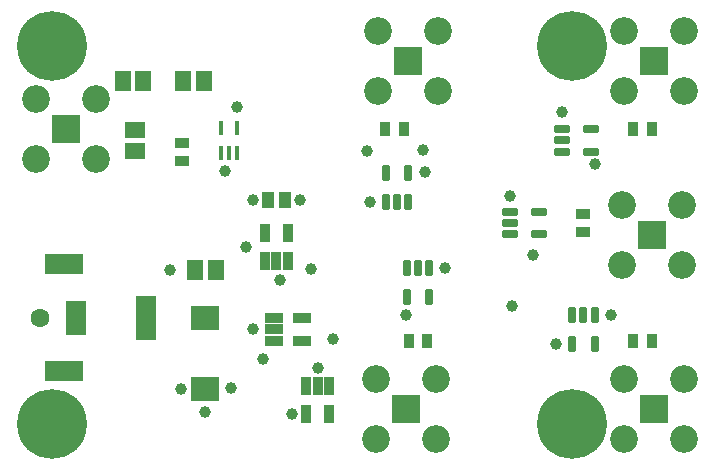
<source format=gbs>
G04*
G04 #@! TF.GenerationSoftware,Altium Limited,Altium Designer,24.1.2 (44)*
G04*
G04 Layer_Color=65280*
%FSLAX44Y44*%
%MOMM*%
G71*
G04*
G04 #@! TF.SameCoordinates,213EFF85-FE73-46F0-9486-E91859054EE2*
G04*
G04*
G04 #@! TF.FilePolarity,Negative*
G04*
G01*
G75*
%ADD16R,1.0546X1.3562*%
%ADD18C,5.9032*%
%ADD19R,2.3400X2.3400*%
%ADD20C,2.3400*%
%ADD21R,2.3400X2.3400*%
%ADD22R,3.2032X1.7032*%
%ADD23C,1.6032*%
%ADD24R,1.7032X3.7032*%
%ADD25R,1.7032X3.0032*%
%ADD26C,1.0032*%
%ADD39R,0.3500X1.1500*%
%ADD40R,0.9061X1.3098*%
%ADD42R,1.3098X0.9061*%
%ADD43R,2.3300X1.9900*%
G04:AMPARAMS|DCode=47|XSize=1.4232mm|YSize=0.7032mm|CornerRadius=0.1641mm|HoleSize=0mm|Usage=FLASHONLY|Rotation=90.000|XOffset=0mm|YOffset=0mm|HoleType=Round|Shape=RoundedRectangle|*
%AMROUNDEDRECTD47*
21,1,1.4232,0.3750,0,0,90.0*
21,1,1.0950,0.7032,0,0,90.0*
1,1,0.3282,0.1875,0.5475*
1,1,0.3282,0.1875,-0.5475*
1,1,0.3282,-0.1875,-0.5475*
1,1,0.3282,-0.1875,0.5475*
%
%ADD47ROUNDEDRECTD47*%
%ADD48R,0.9032X1.5032*%
G04:AMPARAMS|DCode=49|XSize=1.4232mm|YSize=0.7032mm|CornerRadius=0.1641mm|HoleSize=0mm|Usage=FLASHONLY|Rotation=0.000|XOffset=0mm|YOffset=0mm|HoleType=Round|Shape=RoundedRectangle|*
%AMROUNDEDRECTD49*
21,1,1.4232,0.3750,0,0,0.0*
21,1,1.0950,0.7032,0,0,0.0*
1,1,0.3282,0.5475,-0.1875*
1,1,0.3282,-0.5475,-0.1875*
1,1,0.3282,-0.5475,0.1875*
1,1,0.3282,0.5475,0.1875*
%
%ADD49ROUNDEDRECTD49*%
%ADD50R,1.6532X1.3532*%
%ADD51R,1.5032X0.9032*%
%ADD52R,1.3532X1.6532*%
D16*
X212742Y220000D02*
D03*
X227258D02*
D03*
D18*
X30000Y350000D02*
D03*
X470000Y30000D02*
D03*
Y350000D02*
D03*
X30000Y30000D02*
D03*
D19*
X540000Y42300D02*
D03*
Y337700D02*
D03*
X330000Y42300D02*
D03*
X331910Y337700D02*
D03*
D20*
X514600Y16900D02*
D03*
Y67700D02*
D03*
X565400Y16900D02*
D03*
Y67700D02*
D03*
X563100Y164600D02*
D03*
X512300D02*
D03*
X563100Y215400D02*
D03*
X512300D02*
D03*
X565400Y363100D02*
D03*
Y312300D02*
D03*
X514600Y363100D02*
D03*
Y312300D02*
D03*
X304600Y16900D02*
D03*
Y67700D02*
D03*
X355400Y16900D02*
D03*
Y67700D02*
D03*
X357310Y363100D02*
D03*
Y312300D02*
D03*
X306510Y363100D02*
D03*
Y312300D02*
D03*
X67700Y254600D02*
D03*
X16900D02*
D03*
X67700Y305400D02*
D03*
X16900D02*
D03*
D21*
X537700Y190000D02*
D03*
X42300Y280000D02*
D03*
D22*
X40000Y165000D02*
D03*
Y75000D02*
D03*
D23*
X20000Y120000D02*
D03*
D24*
X110000D02*
D03*
D25*
X50000D02*
D03*
D26*
X223000Y152000D02*
D03*
X346000Y243000D02*
D03*
X240000Y220000D02*
D03*
X437258Y173258D02*
D03*
X344000Y262000D02*
D03*
X296639Y261410D02*
D03*
X299000Y218000D02*
D03*
X233000Y38000D02*
D03*
X209000Y85000D02*
D03*
X255000Y77000D02*
D03*
X200000Y220000D02*
D03*
X194731Y179407D02*
D03*
X490000Y250000D02*
D03*
X176802Y244254D02*
D03*
X462000Y294000D02*
D03*
X363000Y162000D02*
D03*
X503000Y122000D02*
D03*
X418000Y223000D02*
D03*
X200113Y110500D02*
D03*
X139000Y60000D02*
D03*
X181223Y60023D02*
D03*
X159694Y40491D02*
D03*
X456740Y97550D02*
D03*
X419153Y129993D02*
D03*
X330139Y121925D02*
D03*
X187000Y298000D02*
D03*
X130000Y160000D02*
D03*
X249020Y160980D02*
D03*
X268169Y101831D02*
D03*
D39*
X186500Y259750D02*
D03*
X180000D02*
D03*
X173500D02*
D03*
Y280250D02*
D03*
X186500D02*
D03*
D40*
X312239Y280000D02*
D03*
X327761D02*
D03*
X537761Y100000D02*
D03*
X522239D02*
D03*
X537761Y280000D02*
D03*
X522239D02*
D03*
X332239Y100000D02*
D03*
X347761D02*
D03*
D42*
X480000Y192239D02*
D03*
Y207761D02*
D03*
X140000Y252239D02*
D03*
Y267761D02*
D03*
D43*
X160000Y120100D02*
D03*
Y59900D02*
D03*
D47*
X331500Y217550D02*
D03*
X322000D02*
D03*
X312500D02*
D03*
Y242450D02*
D03*
X331500D02*
D03*
X330500Y137550D02*
D03*
X349500D02*
D03*
Y162450D02*
D03*
X340000D02*
D03*
X330500D02*
D03*
X470500Y97550D02*
D03*
X489500D02*
D03*
Y122450D02*
D03*
X480000D02*
D03*
X470500D02*
D03*
D48*
X245497Y61999D02*
D03*
X254998D02*
D03*
X264498D02*
D03*
Y37999D02*
D03*
X245497D02*
D03*
X229500Y168000D02*
D03*
X220000D02*
D03*
X210500D02*
D03*
Y192000D02*
D03*
X229500D02*
D03*
D49*
X442450Y190500D02*
D03*
Y209500D02*
D03*
X417550D02*
D03*
Y200000D02*
D03*
Y190500D02*
D03*
X486450Y260500D02*
D03*
Y279500D02*
D03*
X461550D02*
D03*
Y270000D02*
D03*
Y260500D02*
D03*
D50*
X100000Y278750D02*
D03*
Y261250D02*
D03*
D51*
X218000Y100500D02*
D03*
Y110000D02*
D03*
Y119500D02*
D03*
X242000D02*
D03*
Y100500D02*
D03*
D52*
X141250Y320000D02*
D03*
X158750D02*
D03*
X90000D02*
D03*
X107500D02*
D03*
X151250Y160000D02*
D03*
X168750D02*
D03*
M02*

</source>
